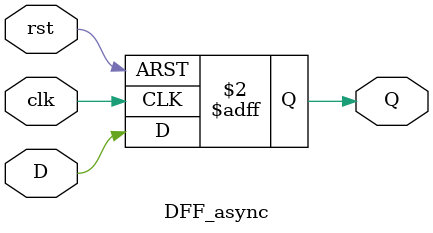
<source format=v>
module DFF_async(Q,D,clk,rst);
input clk,D,rst;
output reg Q;
always @(posedge clk or posedge rst ) begin
    if(rst)
        Q<=1'b0;
    else 
        Q<=D;
end
endmodule
</source>
